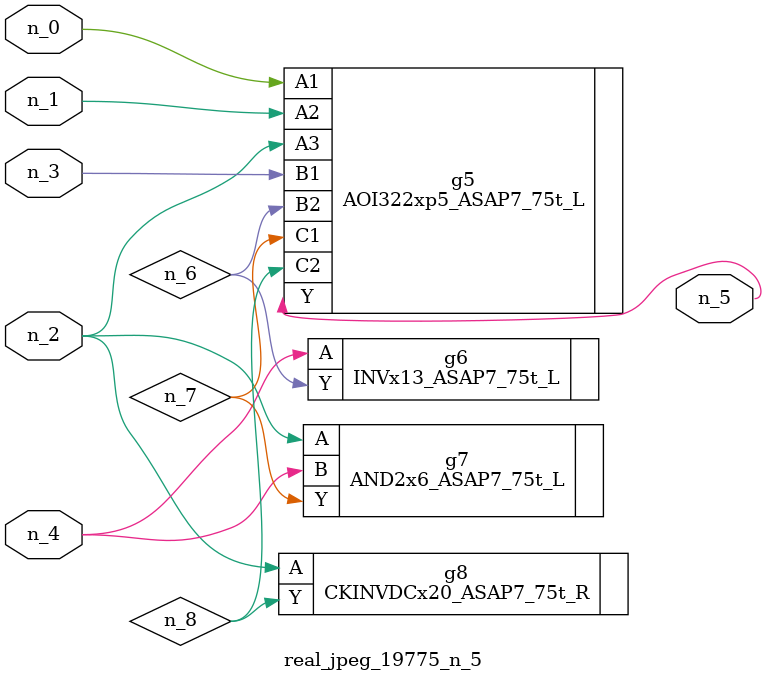
<source format=v>
module real_jpeg_19775_n_5 (n_4, n_0, n_1, n_2, n_3, n_5);

input n_4;
input n_0;
input n_1;
input n_2;
input n_3;

output n_5;

wire n_8;
wire n_6;
wire n_7;

AOI322xp5_ASAP7_75t_L g5 ( 
.A1(n_0),
.A2(n_1),
.A3(n_2),
.B1(n_3),
.B2(n_6),
.C1(n_7),
.C2(n_8),
.Y(n_5)
);

AND2x6_ASAP7_75t_L g7 ( 
.A(n_2),
.B(n_4),
.Y(n_7)
);

CKINVDCx20_ASAP7_75t_R g8 ( 
.A(n_2),
.Y(n_8)
);

INVx13_ASAP7_75t_L g6 ( 
.A(n_4),
.Y(n_6)
);


endmodule
</source>
